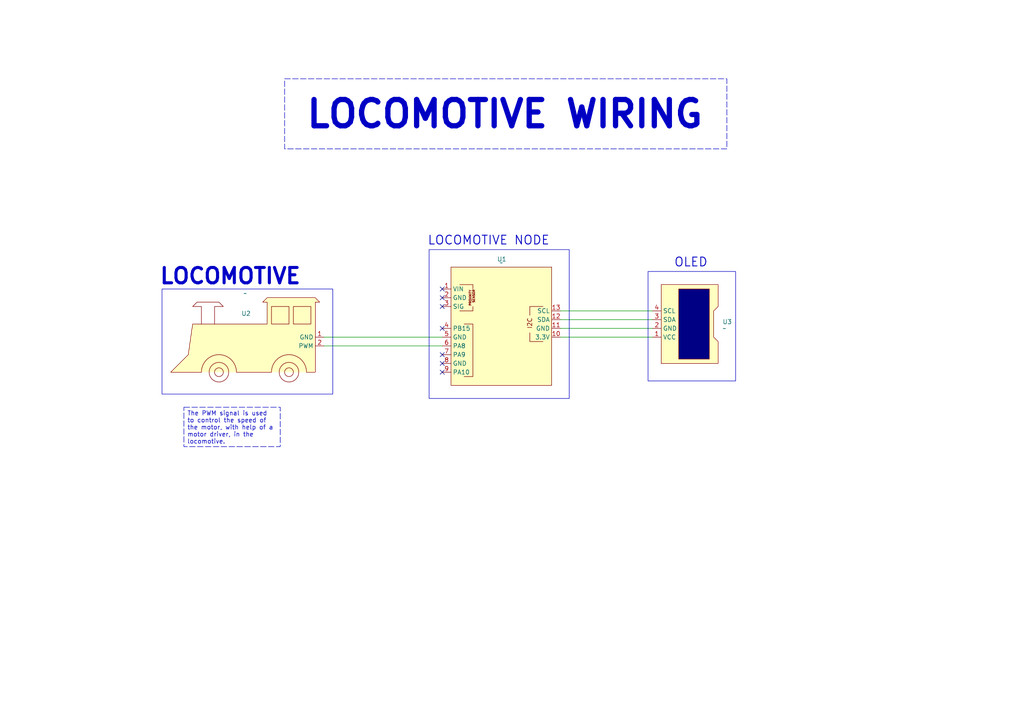
<source format=kicad_sch>
(kicad_sch (version 20231120) (generator "eeschema") (generator_version "8.0")
  (paper "A4")
  (title_block (title "Locomotive Wiring") (date "2024-09-08") (company "Ozonised") (comment 2 "License: GNU General Public License version 3") (comment 3 "GitHub: https://github.com/Ozonised/OTAPS") (comment 4 "Author: Farhan Khan"))
  (lib_symbols
    (symbol "Locomotive:Locomotive"
      (property "Reference" "U" (at 0.762 15.748 0))
      (symbol "Locomotive_0_0"
        (pin passive line (at -20.32 10.16 0) (length 2.54) (name "GND") (number "1"))
        (pin passive line (at -20.32 7.62 0) (length 2.54) (name "PWM") (number "2"))
      )
      (symbol "Locomotive_0_1"
        (rectangle (start -16.51 19.05) (end -11.43 13.97) (fill (type color) (color 0 0 255 1)))
        (circle (center -10.16 0) (radius 1.27))
        (circle (center -10.16 0) (radius 2.8398))
        (rectangle (start -10.16 19.05) (end -5.08 13.97) (fill (type color) (color 0 0 255 1)))
        (arc (start -5.08 0) (mid -10.16 5.08) (end -15.24 0) (fill (type background)))
        (polyline (pts (xy -5.08 0) (xy 5.08 0)) (fill (type background)))
        (polyline (pts (xy 11.43 13.97) (xy 11.43 19.05) (xy 8.89 19.05) (xy 10.16 20.32) (xy 16.51 20.32) (xy 17.78 19.05) (xy 16.51 19.05) (xy 15.24 19.05) (xy 15.24 13.97)))
        (polyline (pts (xy 15.24 0) (xy 24.13 0) (xy 19.05 5.08) (xy 17.78 13.97) (xy -3.81 13.97) (xy -3.81 20.32) (xy -2.54 20.32) (xy -3.81 21.59) (xy -17.78 21.59) (xy -19.05 20.32) (xy -17.78 20.32) (xy -17.78 12.7) (xy -17.78 0) (xy -15.24 0)) (fill (type background)))
        (circle (center 10.16 0) (radius 1.27))
        (circle (center 10.16 0) (radius 2.8398))
        (arc (start 15.24 0) (mid 10.16 5.08) (end 5.08 0) (fill (type background)))
      )
    )
    (symbol "Node:Node" (in_bom no)
      (property "Reference" "U" (at 1.016 18.542 0))
      (symbol "Node_0_0"
        (pin power_out line (at -17.78 10.16 0) (length 2.54) (name "VIN") (number "1"))
        (pin passive line (at 16.51 -3.81 180) (length 2.54) (name "3.3V") (number "10"))
        (pin passive line (at 16.51 -1.27 180) (length 2.54) (name "GND") (number "11"))
        (pin passive line (at 16.51 1.27 180) (length 2.54) (name "SDA") (number "12"))
        (pin passive line (at 16.51 3.81 180) (length 2.54) (name "SCL") (number "13"))
        (pin power_out line (at -17.78 7.62 0) (length 2.54) (name "GND") (number "2"))
        (pin input line (at -17.78 5.08 0) (length 2.54) (name "SIG") (number "3"))
        (pin passive line (at -17.78 -1.27 0) (length 2.54) (name "PB15") (number "4"))
        (pin passive line (at -17.78 -3.81 0) (length 2.54) (name "GND") (number "5"))
        (pin passive line (at -17.78 -6.35 0) (length 2.54) (name "PA8") (number "6"))
        (pin passive line (at -17.78 -8.89 0) (length 2.54) (name "PA9") (number "7"))
        (pin passive line (at -17.78 -11.43 0) (length 2.54) (name "GND") (number "8"))
        (pin passive line (at -17.78 -13.97 0) (length 2.54) (name "PA10") (number "9"))
      )
      (symbol "Node_1_1"
        (rectangle (start -15.24 16.51) (end 13.97 -17.78) (fill (type background)))
        (polyline (pts (xy -12.7 3.81) (xy -8.89 3.81) (xy -8.89 5.08)))
        (polyline (pts (xy -12.7 11.43) (xy -8.89 11.43) (xy -8.89 10.16)))
        (polyline (pts (xy 7.62 2.54) (xy 7.62 5.08) (xy 11.43 5.08)))
        (polyline (pts (xy 11.43 -5.08) (xy 7.62 -5.08) (xy 7.62 -2.54)))
        (polyline (pts (xy -11.43 0) (xy -8.89 0) (xy -8.89 -15.24) (xy -11.43 -15.24)))
        (text "I2C\n" (at 7.62 0.254 900) (effects (font (size 1.27 1.27))))
        (text "PROXMITY \n SENSOR\n" (at -9.144 7.874 900) (effects (font (size 0.635 0.635))))
      )
    )
    (symbol "Oled:ssd1306"
      (property "Reference" "U" (at 0 0 0))
      (symbol "ssd1306_0_0"
        (pin power_in line (at -3.81 8.89 270) (length 2.54) (name "VCC") (number "1"))
        (pin passive line (at -1.27 8.89 270) (length 2.54) (name "GND") (number "2"))
        (pin bidirectional line (at 1.27 8.89 270) (length 2.54) (name "SDA") (number "3"))
        (pin input line (at 3.81 8.89 270) (length 2.54) (name "SCL") (number "4"))
      )
      (symbol "ssd1306_1_1"
        (rectangle (start -10.16 1.27) (end 10.16 -7.62) (fill (type color) (color 0 0 132 1)))
        (polyline (pts (xy -11.43 6.35) (xy 11.43 6.35) (xy 11.43 -10.16) (xy 5.08 -10.16) (xy 3.81 -8.89) (xy -3.81 -8.89) (xy -5.08 -10.16) (xy -11.43 -10.16) (xy -11.43 6.35)) (fill (type background)))
      )
    )
  )
  (no_connect (at 128.27 88.9))
  (no_connect (at 128.27 95.25))
  (no_connect (at 128.27 86.36))
  (no_connect (at 128.27 102.87))
  (no_connect (at 128.27 105.41))
  (no_connect (at 128.27 107.95))
  (no_connect (at 128.27 83.82))
  (wire (pts (xy 162.56 97.79) (xy 189.23 97.79)))
  (wire (pts (xy 93.98 100.33) (xy 128.27 100.33)))
  (wire (pts (xy 162.56 90.17) (xy 189.23 90.17)))
  (wire (pts (xy 162.56 95.25) (xy 189.23 95.25)))
  (wire (pts (xy 162.56 92.71) (xy 189.23 92.71)))
  (wire (pts (xy 93.98 97.79) (xy 128.27 97.79)))
  (rectangle (start 124.46 72.39) (end 165.1 115.57))
  (rectangle (start 46.99 83.82) (end 96.52 114.3))
  (rectangle (start 187.96 78.74) (end 213.36 110.49))
  (text_box "LOCOMOTIVE WIRING" (at 82.55 22.86 0) (size 128.27 20.32) (stroke (width 0) (type dash)) (effects (font (size 7.62 7.62) (thickness 1.524) (bold yes)) (justify left top)))
  (text_box "The PWM signal is used to control the speed of the motor, with help of a motor driver, in the locomotive." (at 53.34 118.11 0) (size 27.94 11.43) (stroke (width 0) (type dash)) (effects (font (size 1.27 1.27)) (justify left top)))
  (text "OLED" (at 200.406 76.2 0) (effects (font (size 2.54 2.54) (thickness 0.254) (bold yes))))
  (text "LOCOMOTIVE NODE" (at 141.732 69.85 0) (effects (font (size 2.54 2.54) (thickness 0.254) (bold yes))))
  (text "LOCOMOTIVE" (at 66.802 80.264 0) (effects (font (size 4.445 4.445) (thickness 0.889) (bold yes))))
  (symbol (lib_id "Locomotive:Locomotive") (at 73.66 107.95 0) (mirror y) (unit 1)
    (property "Reference" "U2" (at 71.374 90.932 0))
    (property "Value" "~" (at 71.12 85.09 0))
  )
  (symbol (lib_id "Node:Node") (at 146.05 93.98 0) (unit 1) (in_bom no)
    (property "Reference" "U1" (at 145.542 75.184 0))
    (property "Value" "~" (at 145.415 76.2 0))
  )
  (symbol (lib_id "Oled:ssd1306") (at 198.12 93.98 90) (unit 1)
    (property "Reference" "U3" (at 209.55 93.3449 90) (effects (justify right)))
    (property "Value" "~" (at 209.55 95.25 90) (effects (justify right)))
  )
)
</source>
